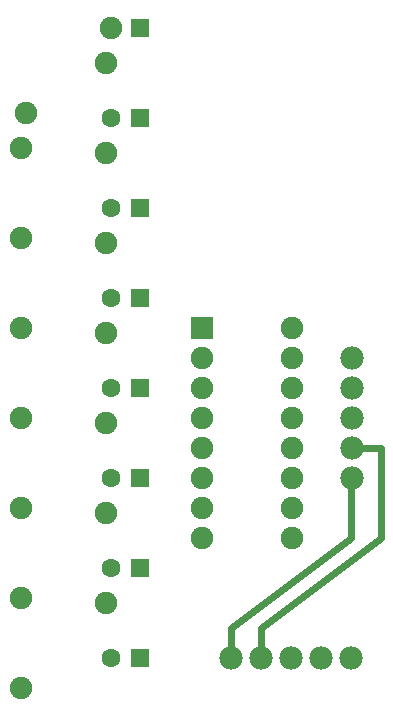
<source format=gtl>
G04 MADE WITH FRITZING*
G04 WWW.FRITZING.ORG*
G04 DOUBLE SIDED*
G04 HOLES PLATED*
G04 CONTOUR ON CENTER OF CONTOUR VECTOR*
%ASAXBY*%
%FSLAX23Y23*%
%MOIN*%
%OFA0B0*%
%SFA1.0B1.0*%
%ADD10C,0.062992*%
%ADD11C,0.075000*%
%ADD12C,0.078000*%
%ADD13R,0.062992X0.062992*%
%ADD14R,0.075000X0.075000*%
%ADD15C,0.024000*%
%LNCOPPER1*%
G90*
G70*
G54D10*
X513Y2294D03*
X414Y2294D03*
X513Y794D03*
X414Y794D03*
X513Y1094D03*
X414Y1094D03*
X513Y194D03*
X414Y194D03*
X513Y494D03*
X414Y494D03*
X513Y1394D03*
X414Y1394D03*
X513Y1694D03*
X414Y1694D03*
X513Y1994D03*
X414Y1994D03*
G54D11*
X717Y1294D03*
X1017Y1294D03*
X717Y1194D03*
X1017Y1194D03*
X717Y1094D03*
X1017Y1094D03*
X717Y994D03*
X1017Y994D03*
X717Y894D03*
X1017Y894D03*
X717Y794D03*
X1017Y794D03*
X717Y694D03*
X1017Y694D03*
X717Y594D03*
X1017Y594D03*
G54D12*
X1214Y194D03*
X1114Y194D03*
X1014Y194D03*
X914Y194D03*
X814Y194D03*
X1217Y794D03*
X1217Y894D03*
X1217Y994D03*
X1217Y1094D03*
X1217Y1194D03*
G54D11*
X131Y2011D03*
X414Y2294D03*
X114Y1894D03*
X397Y2177D03*
X114Y1594D03*
X397Y1877D03*
X114Y1294D03*
X397Y1577D03*
X114Y994D03*
X397Y1277D03*
X114Y694D03*
X397Y977D03*
X114Y394D03*
X397Y677D03*
X114Y94D03*
X397Y377D03*
G54D13*
X513Y2294D03*
X513Y794D03*
X513Y1094D03*
X513Y194D03*
X513Y494D03*
X513Y1394D03*
X513Y1694D03*
X513Y1994D03*
G54D14*
X717Y1294D03*
G54D15*
X1214Y594D02*
X814Y294D01*
D02*
X1216Y764D02*
X1214Y594D01*
D02*
X814Y294D02*
X814Y224D01*
D02*
X1314Y594D02*
X914Y294D01*
D02*
X1314Y894D02*
X1314Y594D01*
D02*
X1247Y894D02*
X1314Y894D01*
D02*
X914Y294D02*
X914Y224D01*
G04 End of Copper1*
M02*
</source>
